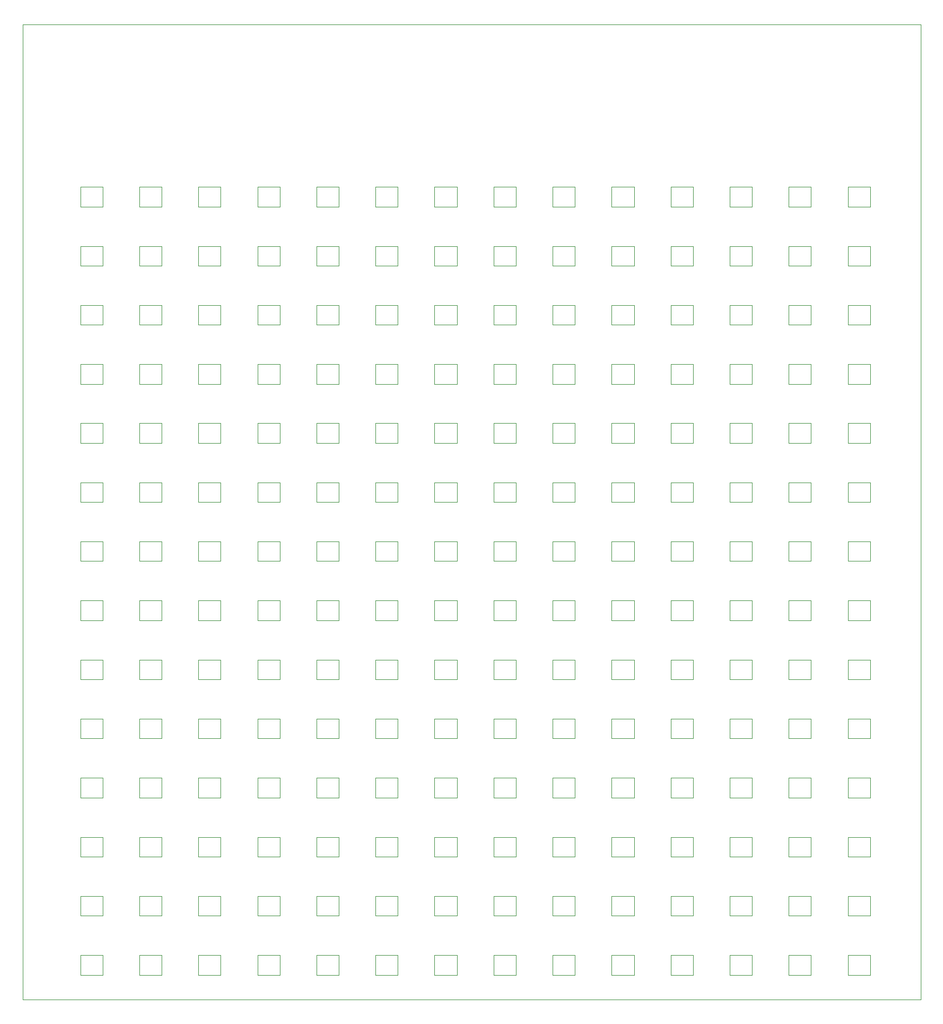
<source format=gbr>
%TF.GenerationSoftware,KiCad,Pcbnew,8.0.8*%
%TF.CreationDate,2025-04-14T17:42:10-04:00*%
%TF.ProjectId,Pixel Dust,50697865-6c20-4447-9573-742e6b696361,rev?*%
%TF.SameCoordinates,Original*%
%TF.FileFunction,Profile,NP*%
%FSLAX46Y46*%
G04 Gerber Fmt 4.6, Leading zero omitted, Abs format (unit mm)*
G04 Created by KiCad (PCBNEW 8.0.8) date 2025-04-14 17:42:10*
%MOMM*%
%LPD*%
G01*
G04 APERTURE LIST*
%TA.AperFunction,Profile*%
%ADD10C,0.050000*%
%TD*%
%TA.AperFunction,Profile*%
%ADD11C,0.120000*%
%TD*%
G04 APERTURE END LIST*
D10*
X-7000000Y24200000D02*
X129900000Y24200000D01*
X129900000Y-124300000D01*
X-7000000Y-124300000D01*
X-7000000Y24200000D01*
D11*
%TO.C,D87*%
X19800000Y-54550000D02*
X23200000Y-54550000D01*
X19800000Y-57550000D02*
X19800000Y-54550000D01*
X23200000Y-54550000D02*
X23200000Y-57550000D01*
X23200000Y-57550000D02*
X19800000Y-57550000D01*
%TO.C,D30*%
X10800000Y-18550000D02*
X14200000Y-18550000D01*
X10800000Y-21550000D02*
X10800000Y-18550000D01*
X14200000Y-18550000D02*
X14200000Y-21550000D01*
X14200000Y-21550000D02*
X10800000Y-21550000D01*
%TO.C,D40*%
X100800000Y-18550000D02*
X104200000Y-18550000D01*
X100800000Y-21550000D02*
X100800000Y-18550000D01*
X104200000Y-18550000D02*
X104200000Y-21550000D01*
X104200000Y-21550000D02*
X100800000Y-21550000D01*
%TO.C,D104*%
X46800000Y-63550000D02*
X50200000Y-63550000D01*
X46800000Y-66550000D02*
X46800000Y-63550000D01*
X50200000Y-63550000D02*
X50200000Y-66550000D01*
X50200000Y-66550000D02*
X46800000Y-66550000D01*
%TO.C,D107*%
X73800000Y-63550000D02*
X77200000Y-63550000D01*
X73800000Y-66550000D02*
X73800000Y-63550000D01*
X77200000Y-63550000D02*
X77200000Y-66550000D01*
X77200000Y-66550000D02*
X73800000Y-66550000D01*
%TO.C,D78*%
X64800000Y-45550000D02*
X68200000Y-45550000D01*
X64800000Y-48550000D02*
X64800000Y-45550000D01*
X68200000Y-45550000D02*
X68200000Y-48550000D01*
X68200000Y-48550000D02*
X64800000Y-48550000D01*
%TO.C,D106*%
X64800000Y-63550000D02*
X68200000Y-63550000D01*
X64800000Y-66550000D02*
X64800000Y-63550000D01*
X68200000Y-63550000D02*
X68200000Y-66550000D01*
X68200000Y-66550000D02*
X64800000Y-66550000D01*
%TO.C,D155*%
X1800000Y-99550000D02*
X5200000Y-99550000D01*
X1800000Y-102550000D02*
X1800000Y-99550000D01*
X5200000Y-99550000D02*
X5200000Y-102550000D01*
X5200000Y-102550000D02*
X1800000Y-102550000D01*
%TO.C,D13*%
X109800000Y-550000D02*
X113200000Y-550000D01*
X109800000Y-3550000D02*
X109800000Y-550000D01*
X113200000Y-550000D02*
X113200000Y-3550000D01*
X113200000Y-3550000D02*
X109800000Y-3550000D01*
%TO.C,D46*%
X28800000Y-27550000D02*
X32200000Y-27550000D01*
X28800000Y-30550000D02*
X28800000Y-27550000D01*
X32200000Y-27550000D02*
X32200000Y-30550000D01*
X32200000Y-30550000D02*
X28800000Y-30550000D01*
%TO.C,D162*%
X64800000Y-99550000D02*
X68200000Y-99550000D01*
X64800000Y-102550000D02*
X64800000Y-99550000D01*
X68200000Y-99550000D02*
X68200000Y-102550000D01*
X68200000Y-102550000D02*
X64800000Y-102550000D01*
%TO.C,D141*%
X1800000Y-90550000D02*
X5200000Y-90550000D01*
X1800000Y-93550000D02*
X1800000Y-90550000D01*
X5200000Y-90550000D02*
X5200000Y-93550000D01*
X5200000Y-93550000D02*
X1800000Y-93550000D01*
%TO.C,D187*%
X37800000Y-117550000D02*
X41200000Y-117550000D01*
X37800000Y-120550000D02*
X37800000Y-117550000D01*
X41200000Y-117550000D02*
X41200000Y-120550000D01*
X41200000Y-120550000D02*
X37800000Y-120550000D01*
%TO.C,D148*%
X64800000Y-90550000D02*
X68200000Y-90550000D01*
X64800000Y-93550000D02*
X64800000Y-90550000D01*
X68200000Y-90550000D02*
X68200000Y-93550000D01*
X68200000Y-93550000D02*
X64800000Y-93550000D01*
%TO.C,D80*%
X82800000Y-45550000D02*
X86200000Y-45550000D01*
X82800000Y-48550000D02*
X82800000Y-45550000D01*
X86200000Y-45550000D02*
X86200000Y-48550000D01*
X86200000Y-48550000D02*
X82800000Y-48550000D01*
%TO.C,D139*%
X109800000Y-81550000D02*
X113200000Y-81550000D01*
X109800000Y-84550000D02*
X109800000Y-81550000D01*
X113200000Y-81550000D02*
X113200000Y-84550000D01*
X113200000Y-84550000D02*
X109800000Y-84550000D01*
%TO.C,D32*%
X28800000Y-18550000D02*
X32200000Y-18550000D01*
X28800000Y-21550000D02*
X28800000Y-18550000D01*
X32200000Y-18550000D02*
X32200000Y-21550000D01*
X32200000Y-21550000D02*
X28800000Y-21550000D01*
%TO.C,D74*%
X28800000Y-45550000D02*
X32200000Y-45550000D01*
X28800000Y-48550000D02*
X28800000Y-45550000D01*
X32200000Y-45550000D02*
X32200000Y-48550000D01*
X32200000Y-48550000D02*
X28800000Y-48550000D01*
%TO.C,D185*%
X19800000Y-117550000D02*
X23200000Y-117550000D01*
X19800000Y-120550000D02*
X19800000Y-117550000D01*
X23200000Y-117550000D02*
X23200000Y-120550000D01*
X23200000Y-120550000D02*
X19800000Y-120550000D01*
%TO.C,D153*%
X109800000Y-90550000D02*
X113200000Y-90550000D01*
X109800000Y-93550000D02*
X109800000Y-90550000D01*
X113200000Y-90550000D02*
X113200000Y-93550000D01*
X113200000Y-93550000D02*
X109800000Y-93550000D01*
%TO.C,D85*%
X1800000Y-54550000D02*
X5200000Y-54550000D01*
X1800000Y-57550000D02*
X1800000Y-54550000D01*
X5200000Y-54550000D02*
X5200000Y-57550000D01*
X5200000Y-57550000D02*
X1800000Y-57550000D01*
%TO.C,D31*%
X19800000Y-18550000D02*
X23200000Y-18550000D01*
X19800000Y-21550000D02*
X19800000Y-18550000D01*
X23200000Y-18550000D02*
X23200000Y-21550000D01*
X23200000Y-21550000D02*
X19800000Y-21550000D01*
%TO.C,D37*%
X73800000Y-18550000D02*
X77200000Y-18550000D01*
X73800000Y-21550000D02*
X73800000Y-18550000D01*
X77200000Y-18550000D02*
X77200000Y-21550000D01*
X77200000Y-21550000D02*
X73800000Y-21550000D01*
%TO.C,D35*%
X55800000Y-18550000D02*
X59200000Y-18550000D01*
X55800000Y-21550000D02*
X55800000Y-18550000D01*
X59200000Y-18550000D02*
X59200000Y-21550000D01*
X59200000Y-21550000D02*
X55800000Y-21550000D01*
%TO.C,D196*%
X118800000Y-117550000D02*
X122200000Y-117550000D01*
X118800000Y-120550000D02*
X118800000Y-117550000D01*
X122200000Y-117550000D02*
X122200000Y-120550000D01*
X122200000Y-120550000D02*
X118800000Y-120550000D01*
%TO.C,D52*%
X82800000Y-27550000D02*
X86200000Y-27550000D01*
X82800000Y-30550000D02*
X82800000Y-27550000D01*
X86200000Y-27550000D02*
X86200000Y-30550000D01*
X86200000Y-30550000D02*
X82800000Y-30550000D01*
%TO.C,D4*%
X28800000Y-550000D02*
X32200000Y-550000D01*
X28800000Y-3550000D02*
X28800000Y-550000D01*
X32200000Y-550000D02*
X32200000Y-3550000D01*
X32200000Y-3550000D02*
X28800000Y-3550000D01*
%TO.C,D165*%
X91800000Y-99550000D02*
X95200000Y-99550000D01*
X91800000Y-102550000D02*
X91800000Y-99550000D01*
X95200000Y-99550000D02*
X95200000Y-102550000D01*
X95200000Y-102550000D02*
X91800000Y-102550000D01*
%TO.C,D41*%
X109800000Y-18550000D02*
X113200000Y-18550000D01*
X109800000Y-21550000D02*
X109800000Y-18550000D01*
X113200000Y-18550000D02*
X113200000Y-21550000D01*
X113200000Y-21550000D02*
X109800000Y-21550000D01*
%TO.C,D130*%
X28800000Y-81550000D02*
X32200000Y-81550000D01*
X28800000Y-84550000D02*
X28800000Y-81550000D01*
X32200000Y-81550000D02*
X32200000Y-84550000D01*
X32200000Y-84550000D02*
X28800000Y-84550000D01*
%TO.C,D142*%
X10800000Y-90550000D02*
X14200000Y-90550000D01*
X10800000Y-93550000D02*
X10800000Y-90550000D01*
X14200000Y-90550000D02*
X14200000Y-93550000D01*
X14200000Y-93550000D02*
X10800000Y-93550000D01*
%TO.C,D8*%
X64800000Y-550000D02*
X68200000Y-550000D01*
X64800000Y-3550000D02*
X64800000Y-550000D01*
X68200000Y-550000D02*
X68200000Y-3550000D01*
X68200000Y-3550000D02*
X64800000Y-3550000D01*
%TO.C,D182*%
X118800000Y-108550000D02*
X122200000Y-108550000D01*
X118800000Y-111550000D02*
X118800000Y-108550000D01*
X122200000Y-108550000D02*
X122200000Y-111550000D01*
X122200000Y-111550000D02*
X118800000Y-111550000D01*
%TO.C,D131*%
X37800000Y-81550000D02*
X41200000Y-81550000D01*
X37800000Y-84550000D02*
X37800000Y-81550000D01*
X41200000Y-81550000D02*
X41200000Y-84550000D01*
X41200000Y-84550000D02*
X37800000Y-84550000D01*
%TO.C,D154*%
X118800000Y-90550000D02*
X122200000Y-90550000D01*
X118800000Y-93550000D02*
X118800000Y-90550000D01*
X122200000Y-90550000D02*
X122200000Y-93550000D01*
X122200000Y-93550000D02*
X118800000Y-93550000D01*
%TO.C,D92*%
X64800000Y-54550000D02*
X68200000Y-54550000D01*
X64800000Y-57550000D02*
X64800000Y-54550000D01*
X68200000Y-54550000D02*
X68200000Y-57550000D01*
X68200000Y-57550000D02*
X64800000Y-57550000D01*
%TO.C,D2*%
X10800000Y-550000D02*
X14200000Y-550000D01*
X10800000Y-3550000D02*
X10800000Y-550000D01*
X14200000Y-550000D02*
X14200000Y-3550000D01*
X14200000Y-3550000D02*
X10800000Y-3550000D01*
%TO.C,D20*%
X46800000Y-9550000D02*
X50200000Y-9550000D01*
X46800000Y-12550000D02*
X46800000Y-9550000D01*
X50200000Y-9550000D02*
X50200000Y-12550000D01*
X50200000Y-12550000D02*
X46800000Y-12550000D01*
%TO.C,D166*%
X100800000Y-99550000D02*
X104200000Y-99550000D01*
X100800000Y-102550000D02*
X100800000Y-99550000D01*
X104200000Y-99550000D02*
X104200000Y-102550000D01*
X104200000Y-102550000D02*
X100800000Y-102550000D01*
%TO.C,D29*%
X1800000Y-18550000D02*
X5200000Y-18550000D01*
X1800000Y-21550000D02*
X1800000Y-18550000D01*
X5200000Y-18550000D02*
X5200000Y-21550000D01*
X5200000Y-21550000D02*
X1800000Y-21550000D01*
%TO.C,D82*%
X100800000Y-45550000D02*
X104200000Y-45550000D01*
X100800000Y-48550000D02*
X100800000Y-45550000D01*
X104200000Y-45550000D02*
X104200000Y-48550000D01*
X104200000Y-48550000D02*
X100800000Y-48550000D01*
%TO.C,D172*%
X28800000Y-108550000D02*
X32200000Y-108550000D01*
X28800000Y-111550000D02*
X28800000Y-108550000D01*
X32200000Y-108550000D02*
X32200000Y-111550000D01*
X32200000Y-111550000D02*
X28800000Y-111550000D01*
%TO.C,D65*%
X73800000Y-36550000D02*
X77200000Y-36550000D01*
X73800000Y-39550000D02*
X73800000Y-36550000D01*
X77200000Y-36550000D02*
X77200000Y-39550000D01*
X77200000Y-39550000D02*
X73800000Y-39550000D01*
%TO.C,D55*%
X109800000Y-27550000D02*
X113200000Y-27550000D01*
X109800000Y-30550000D02*
X109800000Y-27550000D01*
X113200000Y-27550000D02*
X113200000Y-30550000D01*
X113200000Y-30550000D02*
X109800000Y-30550000D01*
%TO.C,D127*%
X1800000Y-81550000D02*
X5200000Y-81550000D01*
X1800000Y-84550000D02*
X1800000Y-81550000D01*
X5200000Y-81550000D02*
X5200000Y-84550000D01*
X5200000Y-84550000D02*
X1800000Y-84550000D01*
%TO.C,D17*%
X19800000Y-9550000D02*
X23200000Y-9550000D01*
X19800000Y-12550000D02*
X19800000Y-9550000D01*
X23200000Y-9550000D02*
X23200000Y-12550000D01*
X23200000Y-12550000D02*
X19800000Y-12550000D01*
%TO.C,D183*%
X1800000Y-117550000D02*
X5200000Y-117550000D01*
X1800000Y-120550000D02*
X1800000Y-117550000D01*
X5200000Y-117550000D02*
X5200000Y-120550000D01*
X5200000Y-120550000D02*
X1800000Y-120550000D01*
%TO.C,D84*%
X118800000Y-45550000D02*
X122200000Y-45550000D01*
X118800000Y-48550000D02*
X118800000Y-45550000D01*
X122200000Y-45550000D02*
X122200000Y-48550000D01*
X122200000Y-48550000D02*
X118800000Y-48550000D01*
%TO.C,D42*%
X118800000Y-18550000D02*
X122200000Y-18550000D01*
X118800000Y-21550000D02*
X118800000Y-18550000D01*
X122200000Y-18550000D02*
X122200000Y-21550000D01*
X122200000Y-21550000D02*
X118800000Y-21550000D01*
%TO.C,D16*%
X10800000Y-9550000D02*
X14200000Y-9550000D01*
X10800000Y-12550000D02*
X10800000Y-9550000D01*
X14200000Y-9550000D02*
X14200000Y-12550000D01*
X14200000Y-12550000D02*
X10800000Y-12550000D01*
%TO.C,D9*%
X73800000Y-550000D02*
X77200000Y-550000D01*
X73800000Y-3550000D02*
X73800000Y-550000D01*
X77200000Y-550000D02*
X77200000Y-3550000D01*
X77200000Y-3550000D02*
X73800000Y-3550000D01*
%TO.C,D174*%
X46800000Y-108550000D02*
X50200000Y-108550000D01*
X46800000Y-111550000D02*
X46800000Y-108550000D01*
X50200000Y-108550000D02*
X50200000Y-111550000D01*
X50200000Y-111550000D02*
X46800000Y-111550000D01*
%TO.C,D38*%
X82800000Y-18550000D02*
X86200000Y-18550000D01*
X82800000Y-21550000D02*
X82800000Y-18550000D01*
X86200000Y-18550000D02*
X86200000Y-21550000D01*
X86200000Y-21550000D02*
X82800000Y-21550000D01*
%TO.C,D138*%
X100800000Y-81550000D02*
X104200000Y-81550000D01*
X100800000Y-84550000D02*
X100800000Y-81550000D01*
X104200000Y-81550000D02*
X104200000Y-84550000D01*
X104200000Y-84550000D02*
X100800000Y-84550000D01*
%TO.C,D124*%
X100800000Y-72550000D02*
X104200000Y-72550000D01*
X100800000Y-75550000D02*
X100800000Y-72550000D01*
X104200000Y-72550000D02*
X104200000Y-75550000D01*
X104200000Y-75550000D02*
X100800000Y-75550000D01*
%TO.C,D61*%
X37800000Y-36550000D02*
X41200000Y-36550000D01*
X37800000Y-39550000D02*
X37800000Y-36550000D01*
X41200000Y-36550000D02*
X41200000Y-39550000D01*
X41200000Y-39550000D02*
X37800000Y-39550000D01*
%TO.C,D57*%
X1800000Y-36550000D02*
X5200000Y-36550000D01*
X1800000Y-39550000D02*
X1800000Y-36550000D01*
X5200000Y-36550000D02*
X5200000Y-39550000D01*
X5200000Y-39550000D02*
X1800000Y-39550000D01*
%TO.C,D67*%
X91800000Y-36550000D02*
X95200000Y-36550000D01*
X91800000Y-39550000D02*
X91800000Y-36550000D01*
X95200000Y-36550000D02*
X95200000Y-39550000D01*
X95200000Y-39550000D02*
X91800000Y-39550000D01*
%TO.C,D173*%
X37800000Y-108550000D02*
X41200000Y-108550000D01*
X37800000Y-111550000D02*
X37800000Y-108550000D01*
X41200000Y-108550000D02*
X41200000Y-111550000D01*
X41200000Y-111550000D02*
X37800000Y-111550000D01*
%TO.C,D125*%
X109800000Y-72550000D02*
X113200000Y-72550000D01*
X109800000Y-75550000D02*
X109800000Y-72550000D01*
X113200000Y-72550000D02*
X113200000Y-75550000D01*
X113200000Y-75550000D02*
X109800000Y-75550000D01*
%TO.C,D33*%
X37800000Y-18550000D02*
X41200000Y-18550000D01*
X37800000Y-21550000D02*
X37800000Y-18550000D01*
X41200000Y-18550000D02*
X41200000Y-21550000D01*
X41200000Y-21550000D02*
X37800000Y-21550000D01*
%TO.C,D93*%
X73800000Y-54550000D02*
X77200000Y-54550000D01*
X73800000Y-57550000D02*
X73800000Y-54550000D01*
X77200000Y-54550000D02*
X77200000Y-57550000D01*
X77200000Y-57550000D02*
X73800000Y-57550000D01*
%TO.C,D133*%
X55800000Y-81550000D02*
X59200000Y-81550000D01*
X55800000Y-84550000D02*
X55800000Y-81550000D01*
X59200000Y-81550000D02*
X59200000Y-84550000D01*
X59200000Y-84550000D02*
X55800000Y-84550000D01*
%TO.C,D159*%
X37800000Y-99550000D02*
X41200000Y-99550000D01*
X37800000Y-102550000D02*
X37800000Y-99550000D01*
X41200000Y-99550000D02*
X41200000Y-102550000D01*
X41200000Y-102550000D02*
X37800000Y-102550000D01*
%TO.C,D158*%
X28800000Y-99550000D02*
X32200000Y-99550000D01*
X28800000Y-102550000D02*
X28800000Y-99550000D01*
X32200000Y-99550000D02*
X32200000Y-102550000D01*
X32200000Y-102550000D02*
X28800000Y-102550000D01*
%TO.C,D146*%
X46800000Y-90550000D02*
X50200000Y-90550000D01*
X46800000Y-93550000D02*
X46800000Y-90550000D01*
X50200000Y-90550000D02*
X50200000Y-93550000D01*
X50200000Y-93550000D02*
X46800000Y-93550000D01*
%TO.C,D71*%
X1800000Y-45550000D02*
X5200000Y-45550000D01*
X1800000Y-48550000D02*
X1800000Y-45550000D01*
X5200000Y-45550000D02*
X5200000Y-48550000D01*
X5200000Y-48550000D02*
X1800000Y-48550000D01*
%TO.C,D89*%
X37800000Y-54550000D02*
X41200000Y-54550000D01*
X37800000Y-57550000D02*
X37800000Y-54550000D01*
X41200000Y-54550000D02*
X41200000Y-57550000D01*
X41200000Y-57550000D02*
X37800000Y-57550000D01*
%TO.C,D53*%
X91800000Y-27550000D02*
X95200000Y-27550000D01*
X91800000Y-30550000D02*
X91800000Y-27550000D01*
X95200000Y-27550000D02*
X95200000Y-30550000D01*
X95200000Y-30550000D02*
X91800000Y-30550000D01*
%TO.C,D169*%
X1800000Y-108550000D02*
X5200000Y-108550000D01*
X1800000Y-111550000D02*
X1800000Y-108550000D01*
X5200000Y-108550000D02*
X5200000Y-111550000D01*
X5200000Y-111550000D02*
X1800000Y-111550000D01*
%TO.C,D111*%
X109800000Y-63550000D02*
X113200000Y-63550000D01*
X109800000Y-66550000D02*
X109800000Y-63550000D01*
X113200000Y-63550000D02*
X113200000Y-66550000D01*
X113200000Y-66550000D02*
X109800000Y-66550000D01*
%TO.C,D156*%
X10800000Y-99550000D02*
X14200000Y-99550000D01*
X10800000Y-102550000D02*
X10800000Y-99550000D01*
X14200000Y-99550000D02*
X14200000Y-102550000D01*
X14200000Y-102550000D02*
X10800000Y-102550000D01*
%TO.C,D186*%
X28800000Y-117550000D02*
X32200000Y-117550000D01*
X28800000Y-120550000D02*
X28800000Y-117550000D01*
X32200000Y-117550000D02*
X32200000Y-120550000D01*
X32200000Y-120550000D02*
X28800000Y-120550000D01*
%TO.C,D135*%
X73800000Y-81550000D02*
X77200000Y-81550000D01*
X73800000Y-84550000D02*
X73800000Y-81550000D01*
X77200000Y-81550000D02*
X77200000Y-84550000D01*
X77200000Y-84550000D02*
X73800000Y-84550000D01*
%TO.C,D95*%
X91800000Y-54550000D02*
X95200000Y-54550000D01*
X91800000Y-57550000D02*
X91800000Y-54550000D01*
X95200000Y-54550000D02*
X95200000Y-57550000D01*
X95200000Y-57550000D02*
X91800000Y-57550000D01*
%TO.C,D194*%
X100800000Y-117550000D02*
X104200000Y-117550000D01*
X100800000Y-120550000D02*
X100800000Y-117550000D01*
X104200000Y-117550000D02*
X104200000Y-120550000D01*
X104200000Y-120550000D02*
X100800000Y-120550000D01*
%TO.C,D178*%
X82800000Y-108550000D02*
X86200000Y-108550000D01*
X82800000Y-111550000D02*
X82800000Y-108550000D01*
X86200000Y-108550000D02*
X86200000Y-111550000D01*
X86200000Y-111550000D02*
X82800000Y-111550000D01*
%TO.C,D102*%
X28800000Y-63550000D02*
X32200000Y-63550000D01*
X28800000Y-66550000D02*
X28800000Y-63550000D01*
X32200000Y-63550000D02*
X32200000Y-66550000D01*
X32200000Y-66550000D02*
X28800000Y-66550000D01*
%TO.C,D15*%
X1800000Y-9550000D02*
X5200000Y-9550000D01*
X1800000Y-12550000D02*
X1800000Y-9550000D01*
X5200000Y-9550000D02*
X5200000Y-12550000D01*
X5200000Y-12550000D02*
X1800000Y-12550000D01*
%TO.C,D177*%
X73800000Y-108550000D02*
X77200000Y-108550000D01*
X73800000Y-111550000D02*
X73800000Y-108550000D01*
X77200000Y-108550000D02*
X77200000Y-111550000D01*
X77200000Y-111550000D02*
X73800000Y-111550000D01*
%TO.C,D45*%
X19800000Y-27550000D02*
X23200000Y-27550000D01*
X19800000Y-30550000D02*
X19800000Y-27550000D01*
X23200000Y-27550000D02*
X23200000Y-30550000D01*
X23200000Y-30550000D02*
X19800000Y-30550000D01*
%TO.C,D1*%
X1800000Y-550000D02*
X5200000Y-550000D01*
X1800000Y-3550000D02*
X1800000Y-550000D01*
X5200000Y-550000D02*
X5200000Y-3550000D01*
X5200000Y-3550000D02*
X1800000Y-3550000D01*
%TO.C,D181*%
X109800000Y-108550000D02*
X113200000Y-108550000D01*
X109800000Y-111550000D02*
X109800000Y-108550000D01*
X113200000Y-108550000D02*
X113200000Y-111550000D01*
X113200000Y-111550000D02*
X109800000Y-111550000D01*
%TO.C,D179*%
X91800000Y-108550000D02*
X95200000Y-108550000D01*
X91800000Y-111550000D02*
X91800000Y-108550000D01*
X95200000Y-108550000D02*
X95200000Y-111550000D01*
X95200000Y-111550000D02*
X91800000Y-111550000D01*
%TO.C,D103*%
X37800000Y-63550000D02*
X41200000Y-63550000D01*
X37800000Y-66550000D02*
X37800000Y-63550000D01*
X41200000Y-63550000D02*
X41200000Y-66550000D01*
X41200000Y-66550000D02*
X37800000Y-66550000D01*
%TO.C,D54*%
X100800000Y-27550000D02*
X104200000Y-27550000D01*
X100800000Y-30550000D02*
X100800000Y-27550000D01*
X104200000Y-27550000D02*
X104200000Y-30550000D01*
X104200000Y-30550000D02*
X100800000Y-30550000D01*
%TO.C,D6*%
X46800000Y-550000D02*
X50200000Y-550000D01*
X46800000Y-3550000D02*
X46800000Y-550000D01*
X50200000Y-550000D02*
X50200000Y-3550000D01*
X50200000Y-3550000D02*
X46800000Y-3550000D01*
%TO.C,D105*%
X55800000Y-63550000D02*
X59200000Y-63550000D01*
X55800000Y-66550000D02*
X55800000Y-63550000D01*
X59200000Y-63550000D02*
X59200000Y-66550000D01*
X59200000Y-66550000D02*
X55800000Y-66550000D01*
%TO.C,D115*%
X19800000Y-72550000D02*
X23200000Y-72550000D01*
X19800000Y-75550000D02*
X19800000Y-72550000D01*
X23200000Y-72550000D02*
X23200000Y-75550000D01*
X23200000Y-75550000D02*
X19800000Y-75550000D01*
%TO.C,D109*%
X91800000Y-63550000D02*
X95200000Y-63550000D01*
X91800000Y-66550000D02*
X91800000Y-63550000D01*
X95200000Y-63550000D02*
X95200000Y-66550000D01*
X95200000Y-66550000D02*
X91800000Y-66550000D01*
%TO.C,D175*%
X55800000Y-108550000D02*
X59200000Y-108550000D01*
X55800000Y-111550000D02*
X55800000Y-108550000D01*
X59200000Y-108550000D02*
X59200000Y-111550000D01*
X59200000Y-111550000D02*
X55800000Y-111550000D01*
%TO.C,D163*%
X73800000Y-99550000D02*
X77200000Y-99550000D01*
X73800000Y-102550000D02*
X73800000Y-99550000D01*
X77200000Y-99550000D02*
X77200000Y-102550000D01*
X77200000Y-102550000D02*
X73800000Y-102550000D01*
%TO.C,D77*%
X55800000Y-45550000D02*
X59200000Y-45550000D01*
X55800000Y-48550000D02*
X55800000Y-45550000D01*
X59200000Y-45550000D02*
X59200000Y-48550000D01*
X59200000Y-48550000D02*
X55800000Y-48550000D01*
%TO.C,D188*%
X46800000Y-117550000D02*
X50200000Y-117550000D01*
X46800000Y-120550000D02*
X46800000Y-117550000D01*
X50200000Y-117550000D02*
X50200000Y-120550000D01*
X50200000Y-120550000D02*
X46800000Y-120550000D01*
%TO.C,D76*%
X46800000Y-45550000D02*
X50200000Y-45550000D01*
X46800000Y-48550000D02*
X46800000Y-45550000D01*
X50200000Y-45550000D02*
X50200000Y-48550000D01*
X50200000Y-48550000D02*
X46800000Y-48550000D01*
%TO.C,D176*%
X64800000Y-108550000D02*
X68200000Y-108550000D01*
X64800000Y-111550000D02*
X64800000Y-108550000D01*
X68200000Y-108550000D02*
X68200000Y-111550000D01*
X68200000Y-111550000D02*
X64800000Y-111550000D01*
%TO.C,D128*%
X10800000Y-81550000D02*
X14200000Y-81550000D01*
X10800000Y-84550000D02*
X10800000Y-81550000D01*
X14200000Y-81550000D02*
X14200000Y-84550000D01*
X14200000Y-84550000D02*
X10800000Y-84550000D01*
%TO.C,D126*%
X118800000Y-72550000D02*
X122200000Y-72550000D01*
X118800000Y-75550000D02*
X118800000Y-72550000D01*
X122200000Y-72550000D02*
X122200000Y-75550000D01*
X122200000Y-75550000D02*
X118800000Y-75550000D01*
%TO.C,D137*%
X91800000Y-81550000D02*
X95200000Y-81550000D01*
X91800000Y-84550000D02*
X91800000Y-81550000D01*
X95200000Y-81550000D02*
X95200000Y-84550000D01*
X95200000Y-84550000D02*
X91800000Y-84550000D01*
%TO.C,D63*%
X55800000Y-36550000D02*
X59200000Y-36550000D01*
X55800000Y-39550000D02*
X55800000Y-36550000D01*
X59200000Y-36550000D02*
X59200000Y-39550000D01*
X59200000Y-39550000D02*
X55800000Y-39550000D01*
%TO.C,D147*%
X55800000Y-90550000D02*
X59200000Y-90550000D01*
X55800000Y-93550000D02*
X55800000Y-90550000D01*
X59200000Y-90550000D02*
X59200000Y-93550000D01*
X59200000Y-93550000D02*
X55800000Y-93550000D01*
%TO.C,D19*%
X37800000Y-9550000D02*
X41200000Y-9550000D01*
X37800000Y-12550000D02*
X37800000Y-9550000D01*
X41200000Y-9550000D02*
X41200000Y-12550000D01*
X41200000Y-12550000D02*
X37800000Y-12550000D01*
%TO.C,D99*%
X1800000Y-63550000D02*
X5200000Y-63550000D01*
X1800000Y-66550000D02*
X1800000Y-63550000D01*
X5200000Y-63550000D02*
X5200000Y-66550000D01*
X5200000Y-66550000D02*
X1800000Y-66550000D01*
%TO.C,D75*%
X37800000Y-45550000D02*
X41200000Y-45550000D01*
X37800000Y-48550000D02*
X37800000Y-45550000D01*
X41200000Y-45550000D02*
X41200000Y-48550000D01*
X41200000Y-48550000D02*
X37800000Y-48550000D01*
%TO.C,D149*%
X73800000Y-90550000D02*
X77200000Y-90550000D01*
X73800000Y-93550000D02*
X73800000Y-90550000D01*
X77200000Y-90550000D02*
X77200000Y-93550000D01*
X77200000Y-93550000D02*
X73800000Y-93550000D01*
%TO.C,D190*%
X64800000Y-117550000D02*
X68200000Y-117550000D01*
X64800000Y-120550000D02*
X64800000Y-117550000D01*
X68200000Y-117550000D02*
X68200000Y-120550000D01*
X68200000Y-120550000D02*
X64800000Y-120550000D01*
%TO.C,D25*%
X91800000Y-9550000D02*
X95200000Y-9550000D01*
X91800000Y-12550000D02*
X91800000Y-9550000D01*
X95200000Y-9550000D02*
X95200000Y-12550000D01*
X95200000Y-12550000D02*
X91800000Y-12550000D01*
%TO.C,D192*%
X82800000Y-117550000D02*
X86200000Y-117550000D01*
X82800000Y-120550000D02*
X82800000Y-117550000D01*
X86200000Y-117550000D02*
X86200000Y-120550000D01*
X86200000Y-120550000D02*
X82800000Y-120550000D01*
%TO.C,D145*%
X37800000Y-90550000D02*
X41200000Y-90550000D01*
X37800000Y-93550000D02*
X37800000Y-90550000D01*
X41200000Y-90550000D02*
X41200000Y-93550000D01*
X41200000Y-93550000D02*
X37800000Y-93550000D01*
%TO.C,D44*%
X10800000Y-27550000D02*
X14200000Y-27550000D01*
X10800000Y-30550000D02*
X10800000Y-27550000D01*
X14200000Y-27550000D02*
X14200000Y-30550000D01*
X14200000Y-30550000D02*
X10800000Y-30550000D01*
%TO.C,D120*%
X64800000Y-72550000D02*
X68200000Y-72550000D01*
X64800000Y-75550000D02*
X64800000Y-72550000D01*
X68200000Y-72550000D02*
X68200000Y-75550000D01*
X68200000Y-75550000D02*
X64800000Y-75550000D01*
%TO.C,D167*%
X109800000Y-99550000D02*
X113200000Y-99550000D01*
X109800000Y-102550000D02*
X109800000Y-99550000D01*
X113200000Y-99550000D02*
X113200000Y-102550000D01*
X113200000Y-102550000D02*
X109800000Y-102550000D01*
%TO.C,D134*%
X64800000Y-81550000D02*
X68200000Y-81550000D01*
X64800000Y-84550000D02*
X64800000Y-81550000D01*
X68200000Y-81550000D02*
X68200000Y-84550000D01*
X68200000Y-84550000D02*
X64800000Y-84550000D01*
%TO.C,D27*%
X109800000Y-9550000D02*
X113200000Y-9550000D01*
X109800000Y-12550000D02*
X109800000Y-9550000D01*
X113200000Y-9550000D02*
X113200000Y-12550000D01*
X113200000Y-12550000D02*
X109800000Y-12550000D01*
%TO.C,D193*%
X91800000Y-117550000D02*
X95200000Y-117550000D01*
X91800000Y-120550000D02*
X91800000Y-117550000D01*
X95200000Y-117550000D02*
X95200000Y-120550000D01*
X95200000Y-120550000D02*
X91800000Y-120550000D01*
%TO.C,D59*%
X19800000Y-36550000D02*
X23200000Y-36550000D01*
X19800000Y-39550000D02*
X19800000Y-36550000D01*
X23200000Y-36550000D02*
X23200000Y-39550000D01*
X23200000Y-39550000D02*
X19800000Y-39550000D01*
%TO.C,D96*%
X100800000Y-54550000D02*
X104200000Y-54550000D01*
X100800000Y-57550000D02*
X100800000Y-54550000D01*
X104200000Y-54550000D02*
X104200000Y-57550000D01*
X104200000Y-57550000D02*
X100800000Y-57550000D01*
%TO.C,D171*%
X19800000Y-108550000D02*
X23200000Y-108550000D01*
X19800000Y-111550000D02*
X19800000Y-108550000D01*
X23200000Y-108550000D02*
X23200000Y-111550000D01*
X23200000Y-111550000D02*
X19800000Y-111550000D01*
%TO.C,D28*%
X118800000Y-9550000D02*
X122200000Y-9550000D01*
X118800000Y-12550000D02*
X118800000Y-9550000D01*
X122200000Y-9550000D02*
X122200000Y-12550000D01*
X122200000Y-12550000D02*
X118800000Y-12550000D01*
%TO.C,D39*%
X91800000Y-18550000D02*
X95200000Y-18550000D01*
X91800000Y-21550000D02*
X91800000Y-18550000D01*
X95200000Y-18550000D02*
X95200000Y-21550000D01*
X95200000Y-21550000D02*
X91800000Y-21550000D01*
%TO.C,D91*%
X55800000Y-54550000D02*
X59200000Y-54550000D01*
X55800000Y-57550000D02*
X55800000Y-54550000D01*
X59200000Y-54550000D02*
X59200000Y-57550000D01*
X59200000Y-57550000D02*
X55800000Y-57550000D01*
%TO.C,D58*%
X10800000Y-36550000D02*
X14200000Y-36550000D01*
X10800000Y-39550000D02*
X10800000Y-36550000D01*
X14200000Y-36550000D02*
X14200000Y-39550000D01*
X14200000Y-39550000D02*
X10800000Y-39550000D01*
%TO.C,D49*%
X55800000Y-27550000D02*
X59200000Y-27550000D01*
X55800000Y-30550000D02*
X55800000Y-27550000D01*
X59200000Y-27550000D02*
X59200000Y-30550000D01*
X59200000Y-30550000D02*
X55800000Y-30550000D01*
%TO.C,D123*%
X91800000Y-72550000D02*
X95200000Y-72550000D01*
X91800000Y-75550000D02*
X91800000Y-72550000D01*
X95200000Y-72550000D02*
X95200000Y-75550000D01*
X95200000Y-75550000D02*
X91800000Y-75550000D01*
%TO.C,D129*%
X19800000Y-81550000D02*
X23200000Y-81550000D01*
X19800000Y-84550000D02*
X19800000Y-81550000D01*
X23200000Y-81550000D02*
X23200000Y-84550000D01*
X23200000Y-84550000D02*
X19800000Y-84550000D01*
%TO.C,D136*%
X82800000Y-81550000D02*
X86200000Y-81550000D01*
X82800000Y-84550000D02*
X82800000Y-81550000D01*
X86200000Y-81550000D02*
X86200000Y-84550000D01*
X86200000Y-84550000D02*
X82800000Y-84550000D01*
%TO.C,D112*%
X118800000Y-63550000D02*
X122200000Y-63550000D01*
X118800000Y-66550000D02*
X118800000Y-63550000D01*
X122200000Y-63550000D02*
X122200000Y-66550000D01*
X122200000Y-66550000D02*
X118800000Y-66550000D01*
%TO.C,D132*%
X46800000Y-81550000D02*
X50200000Y-81550000D01*
X46800000Y-84550000D02*
X46800000Y-81550000D01*
X50200000Y-81550000D02*
X50200000Y-84550000D01*
X50200000Y-84550000D02*
X46800000Y-84550000D01*
%TO.C,D180*%
X100800000Y-108550000D02*
X104200000Y-108550000D01*
X100800000Y-111550000D02*
X100800000Y-108550000D01*
X104200000Y-108550000D02*
X104200000Y-111550000D01*
X104200000Y-111550000D02*
X100800000Y-111550000D01*
%TO.C,D110*%
X100800000Y-63550000D02*
X104200000Y-63550000D01*
X100800000Y-66550000D02*
X100800000Y-63550000D01*
X104200000Y-63550000D02*
X104200000Y-66550000D01*
X104200000Y-66550000D02*
X100800000Y-66550000D01*
%TO.C,D3*%
X19800000Y-550000D02*
X23200000Y-550000D01*
X19800000Y-3550000D02*
X19800000Y-550000D01*
X23200000Y-550000D02*
X23200000Y-3550000D01*
X23200000Y-3550000D02*
X19800000Y-3550000D01*
%TO.C,D98*%
X118800000Y-54550000D02*
X122200000Y-54550000D01*
X118800000Y-57550000D02*
X118800000Y-54550000D01*
X122200000Y-54550000D02*
X122200000Y-57550000D01*
X122200000Y-57550000D02*
X118800000Y-57550000D01*
%TO.C,D5*%
X37800000Y-550000D02*
X41200000Y-550000D01*
X37800000Y-3550000D02*
X37800000Y-550000D01*
X41200000Y-550000D02*
X41200000Y-3550000D01*
X41200000Y-3550000D02*
X37800000Y-3550000D01*
%TO.C,D83*%
X109800000Y-45550000D02*
X113200000Y-45550000D01*
X109800000Y-48550000D02*
X109800000Y-45550000D01*
X113200000Y-45550000D02*
X113200000Y-48550000D01*
X113200000Y-48550000D02*
X109800000Y-48550000D01*
%TO.C,D81*%
X91800000Y-45550000D02*
X95200000Y-45550000D01*
X91800000Y-48550000D02*
X91800000Y-45550000D01*
X95200000Y-45550000D02*
X95200000Y-48550000D01*
X95200000Y-48550000D02*
X91800000Y-48550000D01*
%TO.C,D66*%
X82800000Y-36550000D02*
X86200000Y-36550000D01*
X82800000Y-39550000D02*
X82800000Y-36550000D01*
X86200000Y-36550000D02*
X86200000Y-39550000D01*
X86200000Y-39550000D02*
X82800000Y-39550000D01*
%TO.C,D164*%
X82800000Y-99550000D02*
X86200000Y-99550000D01*
X82800000Y-102550000D02*
X82800000Y-99550000D01*
X86200000Y-99550000D02*
X86200000Y-102550000D01*
X86200000Y-102550000D02*
X82800000Y-102550000D01*
%TO.C,D157*%
X19800000Y-99550000D02*
X23200000Y-99550000D01*
X19800000Y-102550000D02*
X19800000Y-99550000D01*
X23200000Y-99550000D02*
X23200000Y-102550000D01*
X23200000Y-102550000D02*
X19800000Y-102550000D01*
%TO.C,D143*%
X19800000Y-90550000D02*
X23200000Y-90550000D01*
X19800000Y-93550000D02*
X19800000Y-90550000D01*
X23200000Y-90550000D02*
X23200000Y-93550000D01*
X23200000Y-93550000D02*
X19800000Y-93550000D01*
%TO.C,D21*%
X55800000Y-9550000D02*
X59200000Y-9550000D01*
X55800000Y-12550000D02*
X55800000Y-9550000D01*
X59200000Y-9550000D02*
X59200000Y-12550000D01*
X59200000Y-12550000D02*
X55800000Y-12550000D01*
%TO.C,D114*%
X10800000Y-72550000D02*
X14200000Y-72550000D01*
X10800000Y-75550000D02*
X10800000Y-72550000D01*
X14200000Y-72550000D02*
X14200000Y-75550000D01*
X14200000Y-75550000D02*
X10800000Y-75550000D01*
%TO.C,D118*%
X46800000Y-72550000D02*
X50200000Y-72550000D01*
X46800000Y-75550000D02*
X46800000Y-72550000D01*
X50200000Y-72550000D02*
X50200000Y-75550000D01*
X50200000Y-75550000D02*
X46800000Y-75550000D01*
%TO.C,D18*%
X28800000Y-9550000D02*
X32200000Y-9550000D01*
X28800000Y-12550000D02*
X28800000Y-9550000D01*
X32200000Y-9550000D02*
X32200000Y-12550000D01*
X32200000Y-12550000D02*
X28800000Y-12550000D01*
%TO.C,D79*%
X73800000Y-45550000D02*
X77200000Y-45550000D01*
X73800000Y-48550000D02*
X73800000Y-45550000D01*
X77200000Y-45550000D02*
X77200000Y-48550000D01*
X77200000Y-48550000D02*
X73800000Y-48550000D01*
%TO.C,D48*%
X46800000Y-27550000D02*
X50200000Y-27550000D01*
X46800000Y-30550000D02*
X46800000Y-27550000D01*
X50200000Y-27550000D02*
X50200000Y-30550000D01*
X50200000Y-30550000D02*
X46800000Y-30550000D01*
%TO.C,D24*%
X82800000Y-9550000D02*
X86200000Y-9550000D01*
X82800000Y-12550000D02*
X82800000Y-9550000D01*
X86200000Y-9550000D02*
X86200000Y-12550000D01*
X86200000Y-12550000D02*
X82800000Y-12550000D01*
%TO.C,D117*%
X37800000Y-72550000D02*
X41200000Y-72550000D01*
X37800000Y-75550000D02*
X37800000Y-72550000D01*
X41200000Y-72550000D02*
X41200000Y-75550000D01*
X41200000Y-75550000D02*
X37800000Y-75550000D01*
%TO.C,D60*%
X28800000Y-36550000D02*
X32200000Y-36550000D01*
X28800000Y-39550000D02*
X28800000Y-36550000D01*
X32200000Y-36550000D02*
X32200000Y-39550000D01*
X32200000Y-39550000D02*
X28800000Y-39550000D01*
%TO.C,D119*%
X55800000Y-72550000D02*
X59200000Y-72550000D01*
X55800000Y-75550000D02*
X55800000Y-72550000D01*
X59200000Y-72550000D02*
X59200000Y-75550000D01*
X59200000Y-75550000D02*
X55800000Y-75550000D01*
%TO.C,D70*%
X118800000Y-36550000D02*
X122200000Y-36550000D01*
X118800000Y-39550000D02*
X118800000Y-36550000D01*
X122200000Y-36550000D02*
X122200000Y-39550000D01*
X122200000Y-39550000D02*
X118800000Y-39550000D01*
%TO.C,D64*%
X64800000Y-36550000D02*
X68200000Y-36550000D01*
X64800000Y-39550000D02*
X64800000Y-36550000D01*
X68200000Y-36550000D02*
X68200000Y-39550000D01*
X68200000Y-39550000D02*
X64800000Y-39550000D01*
%TO.C,D151*%
X91800000Y-90550000D02*
X95200000Y-90550000D01*
X91800000Y-93550000D02*
X91800000Y-90550000D01*
X95200000Y-90550000D02*
X95200000Y-93550000D01*
X95200000Y-93550000D02*
X91800000Y-93550000D01*
%TO.C,D113*%
X1800000Y-72550000D02*
X5200000Y-72550000D01*
X1800000Y-75550000D02*
X1800000Y-72550000D01*
X5200000Y-72550000D02*
X5200000Y-75550000D01*
X5200000Y-75550000D02*
X1800000Y-75550000D01*
%TO.C,D72*%
X10800000Y-45550000D02*
X14200000Y-45550000D01*
X10800000Y-48550000D02*
X10800000Y-45550000D01*
X14200000Y-45550000D02*
X14200000Y-48550000D01*
X14200000Y-48550000D02*
X10800000Y-48550000D01*
%TO.C,D144*%
X28800000Y-90550000D02*
X32200000Y-90550000D01*
X28800000Y-93550000D02*
X28800000Y-90550000D01*
X32200000Y-90550000D02*
X32200000Y-93550000D01*
X32200000Y-93550000D02*
X28800000Y-93550000D01*
%TO.C,D22*%
X64800000Y-9550000D02*
X68200000Y-9550000D01*
X64800000Y-12550000D02*
X64800000Y-9550000D01*
X68200000Y-9550000D02*
X68200000Y-12550000D01*
X68200000Y-12550000D02*
X64800000Y-12550000D01*
%TO.C,D23*%
X73800000Y-9550000D02*
X77200000Y-9550000D01*
X73800000Y-12550000D02*
X73800000Y-9550000D01*
X77200000Y-9550000D02*
X77200000Y-12550000D01*
X77200000Y-12550000D02*
X73800000Y-12550000D01*
%TO.C,D7*%
X55800000Y-550000D02*
X59200000Y-550000D01*
X55800000Y-3550000D02*
X55800000Y-550000D01*
X59200000Y-550000D02*
X59200000Y-3550000D01*
X59200000Y-3550000D02*
X55800000Y-3550000D01*
%TO.C,D161*%
X55800000Y-99550000D02*
X59200000Y-99550000D01*
X55800000Y-102550000D02*
X55800000Y-99550000D01*
X59200000Y-99550000D02*
X59200000Y-102550000D01*
X59200000Y-102550000D02*
X55800000Y-102550000D01*
%TO.C,D140*%
X118800000Y-81550000D02*
X122200000Y-81550000D01*
X118800000Y-84550000D02*
X118800000Y-81550000D01*
X122200000Y-81550000D02*
X122200000Y-84550000D01*
X122200000Y-84550000D02*
X118800000Y-84550000D01*
%TO.C,D14*%
X118800000Y-550000D02*
X122200000Y-550000D01*
X118800000Y-3550000D02*
X118800000Y-550000D01*
X122200000Y-550000D02*
X122200000Y-3550000D01*
X122200000Y-3550000D02*
X118800000Y-3550000D01*
%TO.C,D160*%
X46800000Y-99550000D02*
X50200000Y-99550000D01*
X46800000Y-102550000D02*
X46800000Y-99550000D01*
X50200000Y-99550000D02*
X50200000Y-102550000D01*
X50200000Y-102550000D02*
X46800000Y-102550000D01*
%TO.C,D122*%
X82800000Y-72550000D02*
X86200000Y-72550000D01*
X82800000Y-75550000D02*
X82800000Y-72550000D01*
X86200000Y-72550000D02*
X86200000Y-75550000D01*
X86200000Y-75550000D02*
X82800000Y-75550000D01*
%TO.C,D90*%
X46800000Y-54550000D02*
X50200000Y-54550000D01*
X46800000Y-57550000D02*
X46800000Y-54550000D01*
X50200000Y-54550000D02*
X50200000Y-57550000D01*
X50200000Y-57550000D02*
X46800000Y-57550000D01*
%TO.C,D121*%
X73800000Y-72550000D02*
X77200000Y-72550000D01*
X73800000Y-75550000D02*
X73800000Y-72550000D01*
X77200000Y-72550000D02*
X77200000Y-75550000D01*
X77200000Y-75550000D02*
X73800000Y-75550000D01*
%TO.C,D116*%
X28800000Y-72550000D02*
X32200000Y-72550000D01*
X28800000Y-75550000D02*
X28800000Y-72550000D01*
X32200000Y-72550000D02*
X32200000Y-75550000D01*
X32200000Y-75550000D02*
X28800000Y-75550000D01*
%TO.C,D73*%
X19800000Y-45550000D02*
X23200000Y-45550000D01*
X19800000Y-48550000D02*
X19800000Y-45550000D01*
X23200000Y-45550000D02*
X23200000Y-48550000D01*
X23200000Y-48550000D02*
X19800000Y-48550000D01*
%TO.C,D94*%
X82800000Y-54550000D02*
X86200000Y-54550000D01*
X82800000Y-57550000D02*
X82800000Y-54550000D01*
X86200000Y-54550000D02*
X86200000Y-57550000D01*
X86200000Y-57550000D02*
X82800000Y-57550000D01*
%TO.C,D101*%
X19800000Y-63550000D02*
X23200000Y-63550000D01*
X19800000Y-66550000D02*
X19800000Y-63550000D01*
X23200000Y-63550000D02*
X23200000Y-66550000D01*
X23200000Y-66550000D02*
X19800000Y-66550000D01*
%TO.C,D195*%
X109800000Y-117550000D02*
X113200000Y-117550000D01*
X109800000Y-120550000D02*
X109800000Y-117550000D01*
X113200000Y-117550000D02*
X113200000Y-120550000D01*
X113200000Y-120550000D02*
X109800000Y-120550000D01*
%TO.C,D62*%
X46800000Y-36550000D02*
X50200000Y-36550000D01*
X46800000Y-39550000D02*
X46800000Y-36550000D01*
X50200000Y-36550000D02*
X50200000Y-39550000D01*
X50200000Y-39550000D02*
X46800000Y-39550000D01*
%TO.C,D47*%
X37800000Y-27550000D02*
X41200000Y-27550000D01*
X37800000Y-30550000D02*
X37800000Y-27550000D01*
X41200000Y-27550000D02*
X41200000Y-30550000D01*
X41200000Y-30550000D02*
X37800000Y-30550000D01*
%TO.C,D51*%
X73800000Y-27550000D02*
X77200000Y-27550000D01*
X73800000Y-30550000D02*
X73800000Y-27550000D01*
X77200000Y-27550000D02*
X77200000Y-30550000D01*
X77200000Y-30550000D02*
X73800000Y-30550000D01*
%TO.C,D50*%
X64800000Y-27550000D02*
X68200000Y-27550000D01*
X64800000Y-30550000D02*
X64800000Y-27550000D01*
X68200000Y-27550000D02*
X68200000Y-30550000D01*
X68200000Y-30550000D02*
X64800000Y-30550000D01*
%TO.C,D43*%
X1800000Y-27550000D02*
X5200000Y-27550000D01*
X1800000Y-30550000D02*
X1800000Y-27550000D01*
X5200000Y-27550000D02*
X5200000Y-30550000D01*
X5200000Y-30550000D02*
X1800000Y-30550000D01*
%TO.C,D189*%
X55800000Y-117550000D02*
X59200000Y-117550000D01*
X55800000Y-120550000D02*
X55800000Y-117550000D01*
X59200000Y-117550000D02*
X59200000Y-120550000D01*
X59200000Y-120550000D02*
X55800000Y-120550000D01*
%TO.C,D12*%
X100800000Y-550000D02*
X104200000Y-550000D01*
X100800000Y-3550000D02*
X100800000Y-550000D01*
X104200000Y-550000D02*
X104200000Y-3550000D01*
X104200000Y-3550000D02*
X100800000Y-3550000D01*
%TO.C,D170*%
X10800000Y-108550000D02*
X14200000Y-108550000D01*
X10800000Y-111550000D02*
X10800000Y-108550000D01*
X14200000Y-108550000D02*
X14200000Y-111550000D01*
X14200000Y-111550000D02*
X10800000Y-111550000D01*
%TO.C,D11*%
X91800000Y-550000D02*
X95200000Y-550000D01*
X91800000Y-3550000D02*
X91800000Y-550000D01*
X95200000Y-550000D02*
X95200000Y-3550000D01*
X95200000Y-3550000D02*
X91800000Y-3550000D01*
%TO.C,D97*%
X109800000Y-54550000D02*
X113200000Y-54550000D01*
X109800000Y-57550000D02*
X109800000Y-54550000D01*
X113200000Y-54550000D02*
X113200000Y-57550000D01*
X113200000Y-57550000D02*
X109800000Y-57550000D01*
%TO.C,D56*%
X118800000Y-27550000D02*
X122200000Y-27550000D01*
X118800000Y-30550000D02*
X118800000Y-27550000D01*
X122200000Y-27550000D02*
X122200000Y-30550000D01*
X122200000Y-30550000D02*
X118800000Y-30550000D01*
%TO.C,D88*%
X28800000Y-54550000D02*
X32200000Y-54550000D01*
X28800000Y-57550000D02*
X28800000Y-54550000D01*
X32200000Y-54550000D02*
X32200000Y-57550000D01*
X32200000Y-57550000D02*
X28800000Y-57550000D01*
%TO.C,D184*%
X10800000Y-117550000D02*
X14200000Y-117550000D01*
X10800000Y-120550000D02*
X10800000Y-117550000D01*
X14200000Y-117550000D02*
X14200000Y-120550000D01*
X14200000Y-120550000D02*
X10800000Y-120550000D01*
%TO.C,D34*%
X46800000Y-18550000D02*
X50200000Y-18550000D01*
X46800000Y-21550000D02*
X46800000Y-18550000D01*
X50200000Y-18550000D02*
X50200000Y-21550000D01*
X50200000Y-21550000D02*
X46800000Y-21550000D01*
%TO.C,D10*%
X82800000Y-550000D02*
X86200000Y-550000D01*
X82800000Y-3550000D02*
X82800000Y-550000D01*
X86200000Y-550000D02*
X86200000Y-3550000D01*
X86200000Y-3550000D02*
X82800000Y-3550000D01*
%TO.C,D68*%
X100800000Y-36550000D02*
X104200000Y-36550000D01*
X100800000Y-39550000D02*
X100800000Y-36550000D01*
X104200000Y-36550000D02*
X104200000Y-39550000D01*
X104200000Y-39550000D02*
X100800000Y-39550000D01*
%TO.C,D108*%
X82800000Y-63550000D02*
X86200000Y-63550000D01*
X82800000Y-66550000D02*
X82800000Y-63550000D01*
X86200000Y-63550000D02*
X86200000Y-66550000D01*
X86200000Y-66550000D02*
X82800000Y-66550000D01*
%TO.C,D69*%
X109800000Y-36550000D02*
X113200000Y-36550000D01*
X109800000Y-39550000D02*
X109800000Y-36550000D01*
X113200000Y-36550000D02*
X113200000Y-39550000D01*
X113200000Y-39550000D02*
X109800000Y-39550000D01*
%TO.C,D26*%
X100800000Y-9550000D02*
X104200000Y-9550000D01*
X100800000Y-12550000D02*
X100800000Y-9550000D01*
X104200000Y-9550000D02*
X104200000Y-12550000D01*
X104200000Y-12550000D02*
X100800000Y-12550000D01*
%TO.C,D86*%
X10800000Y-54550000D02*
X14200000Y-54550000D01*
X10800000Y-57550000D02*
X10800000Y-54550000D01*
X14200000Y-54550000D02*
X14200000Y-57550000D01*
X14200000Y-57550000D02*
X10800000Y-57550000D01*
%TO.C,D168*%
X118800000Y-99550000D02*
X122200000Y-99550000D01*
X118800000Y-102550000D02*
X118800000Y-99550000D01*
X122200000Y-99550000D02*
X122200000Y-102550000D01*
X122200000Y-102550000D02*
X118800000Y-102550000D01*
%TO.C,D152*%
X100800000Y-90550000D02*
X104200000Y-90550000D01*
X100800000Y-93550000D02*
X100800000Y-90550000D01*
X104200000Y-90550000D02*
X104200000Y-93550000D01*
X104200000Y-93550000D02*
X100800000Y-93550000D01*
%TO.C,D191*%
X73800000Y-117550000D02*
X77200000Y-117550000D01*
X73800000Y-120550000D02*
X73800000Y-117550000D01*
X77200000Y-117550000D02*
X77200000Y-120550000D01*
X77200000Y-120550000D02*
X73800000Y-120550000D01*
%TO.C,D150*%
X82800000Y-90550000D02*
X86200000Y-90550000D01*
X82800000Y-93550000D02*
X82800000Y-90550000D01*
X86200000Y-90550000D02*
X86200000Y-93550000D01*
X86200000Y-93550000D02*
X82800000Y-93550000D01*
%TO.C,D100*%
X10800000Y-63550000D02*
X14200000Y-63550000D01*
X10800000Y-66550000D02*
X10800000Y-63550000D01*
X14200000Y-63550000D02*
X14200000Y-66550000D01*
X14200000Y-66550000D02*
X10800000Y-66550000D01*
%TO.C,D36*%
X64800000Y-18550000D02*
X68200000Y-18550000D01*
X64800000Y-21550000D02*
X64800000Y-18550000D01*
X68200000Y-18550000D02*
X68200000Y-21550000D01*
X68200000Y-21550000D02*
X64800000Y-21550000D01*
%TD*%
M02*

</source>
